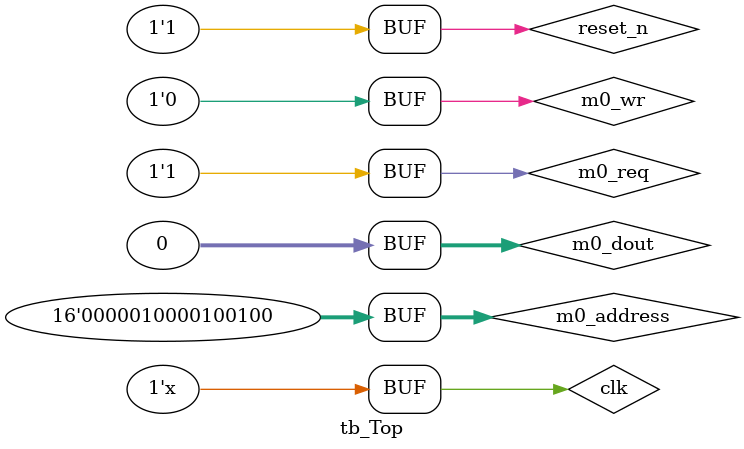
<source format=v>
`timescale 1ns/100ps

module tb_Top;
	reg clk, reset_n, m0_req, m0_wr;
	reg[15:0] m0_address;
	reg[31:0] m0_dout;
	wire m0_grant, a_interrupt, d_interrupt;
	wire[31:0] m_din;
	
	//
	wire[3:0] d_state;
	wire[4:0] a_state;
	wire[31:0] m_din2;
	wire[31:0] RESULT;
	wire r_rd_en;
	//
	
	Top Top_1(clk, reset_n, m0_req, m0_wr, m0_address, m0_dout, m0_grant, a_interrupt, d_interrupt, m_din, d_state, a_state, m_din2, RESULT, r_rd_en);
	
	always
		begin
			#5; clk = ~clk; //cycle of clock is 10ns
		end
	
	initial
		begin
			#4; clk = 1'b0; reset_n = 1'b1; m0_req = 1'b0; m0_wr = 1'b0;
			m0_address = 16'h0000; m0_dout = 32'h0000_0000; #10; //initialize
			reset_n = 1'b0; #10; reset_n = 1'b1; //resetted
			
			
			m0_req = 1'b1; m0_wr = 1'b1; m0_address = 16'h0200; m0_dout = 1000000000; #10;
			m0_address = 16'h0204; m0_dout = 1000000000; #10;
			//write two operand to memory
			m0_address = 16'h0300; m0_dout[13:0] = 14'b1111_0000_0001_00; #10; //x
			//write instruction to memory
			
			m0_address = 16'h0003; m0_dout = 32'h0000_0200; #10;
			m0_address = 16'h0004; m0_dout = 32'h0000_0110; #10;
			m0_address = 16'h0005; m0_dout = 32'h0000_0001; #10;
			//write first operand to DMAC
			m0_address = 16'h0006; m0_dout = 32'h0000_0001; #10;
			//DMAC push
			m0_address = 16'h0003; m0_dout = 32'h0000_0204; #10;
			m0_address = 16'h0004; m0_dout = 32'h0000_0111; #10;
			m0_address = 16'h0005; m0_dout = 32'h0000_0001; #10;
			//write second operand to DMAC
			m0_address = 16'h0006; m0_dout = 32'h0000_0001; #10;
			//DMAC push
			m0_address = 16'h0003; m0_dout = 32'h0000_0300; #10;
			m0_address = 16'h0004; m0_dout = 32'h0000_0103; #10;
			m0_address = 16'h0005; m0_dout = 32'h0000_0001; #10;
			//write instruction to DMAC
			m0_address = 16'h0006; m0_dout = 32'h0000_0001; #10;
			//DMAC push
			m0_address = 16'h0002; m0_dout = 32'h0000_0001; #10;
			//DMAC interrupt enable
			m0_address = 16'h0000; m0_dout = 32'h0000_0001; #10;
			m0_req = 1'b0; m0_wr = 1'b0; #1000;
			//DMAC start
			m0_req = 1'b1; m0_wr = 1'b1; m0_address = 16'h0001; m0_dout = 32'h0000_0000; #10;
			m0_address = 16'h0002; m0_dout = 32'h0000_0000; #10;
			//DMAC interrupt clear (interrupt disable)
			//Memory -> DMAC -> ALU
			
			m0_wr = 1'b1; m0_address = 16'h0102; m0_dout = 32'h0000_0001; #10;
			//ALU interrupt enable
			m0_address = 16'h0100; m0_dout = 32'h0000_0001; #10;
			m0_req = 1'b0; m0_wr = 1'b0; #1000;
			//ALU start
			m0_req = 1'b1; m0_wr = 1'b1; m0_address = 16'h0101; m0_dout = 32'h0000_0000; #10;
			m0_address = 16'h0102; m0_dout = 32'h0000_0000; #10;
			//ALU interrupt clear (interrupt disable)
			//before ALU -> after ALU
			
			m0_address = 16'h0003; m0_dout = 32'h0000_0104; #10;
			m0_address = 16'h0004; m0_dout = 32'h0000_0400; #10;
			m0_address = 16'h0005; m0_dout = 32'h0000_0001; #10;
			//write upper result to DMAC
			m0_address = 16'h0006; m0_dout = 32'h0000_0001; #10;
			//DMAC push
			m0_address = 16'h0003; m0_dout = 32'h0000_0104; #10;
			m0_address = 16'h0004; m0_dout = 32'h0000_0404; #10;
			m0_address = 16'h0005; m0_dout = 32'h0000_0001; #10;
			//write lower result to DMAC
			m0_address = 16'h0006; m0_dout = 32'h0000_0001; #10;
			//DMAC push
			m0_address = 16'h0002; m0_dout = 32'h0000_0001; #10;
			//DMAC interrupt enable
			m0_address = 16'h0000; m0_dout = 32'h0000_0001; #10;
			m0_req = 1'b0; m0_wr = 1'b0; #1000;
			//DMAC start
			m0_req = 1'b1; m0_wr = 1'b1; m0_address = 16'h0001; m0_dout = 32'h0000_0000; #10;
			m0_address = 16'h0002; m0_dout = 32'h0000_0000; #10;
			//DMAC interrupt clear (interrupt disable)
			//ALU -> DMAC -> Memory
			
			m0_wr = 1'b0; m0_address = 16'h0400; #10; //read upper result from Memory
			m0_address = 16'h0404; #10; //read lower result from Memory
			
			
			//
			//
			//
			//
			//
			//
			//
			//
			//
			//
		
	
			m0_req = 1'b1; m0_wr = 1'b1; m0_address = 16'h0200; m0_dout = 1234; #10;
			m0_address = 16'h0204; m0_dout = 5678; #10;
			//write two operand to memory
			m0_address = 16'h0300; m0_dout[13:0] = 14'b1101_0000_0001_00; #10; //+
			//write instruction to memory
			m0_address = 16'h0304; m0_dout[13:0] = 14'b1110_0000_0001_00; #10; //-
			//write instruction to memory
			m0_address = 16'h0308; m0_dout[13:0] = 14'b1111_0000_0001_00; #10; //*
			//write instruction to memory
			
			m0_address = 16'h0003; m0_dout = 32'h0000_0200; #10;
			m0_address = 16'h0004; m0_dout = 32'h0000_0110; #10;
			m0_address = 16'h0005; m0_dout = 32'h0000_0001; #10;
			//write first operand to DMAC
			m0_address = 16'h0006; m0_dout = 32'h0000_0001; #10;
			//DMAC push
			m0_address = 16'h0003; m0_dout = 32'h0000_0204; #10;
			m0_address = 16'h0004; m0_dout = 32'h0000_0111; #10;
			m0_address = 16'h0005; m0_dout = 32'h0000_0001; #10;
			//write second operand to DMAC
			m0_address = 16'h0006; m0_dout = 32'h0000_0001; #10;
			//DMAC push
			m0_address = 16'h0003; m0_dout = 32'h0000_0300; #10;
			m0_address = 16'h0004; m0_dout = 32'h0000_0103; #10;
			m0_address = 16'h0005; m0_dout = 32'h0000_0001; #10;
			//write instruction to DMAC
			m0_address = 16'h0006; m0_dout = 32'h0000_0001; #10;
			//DMAC push
			m0_address = 16'h0003; m0_dout = 32'h0000_0304; #10;
			m0_address = 16'h0004; m0_dout = 32'h0000_0103; #10;
			m0_address = 16'h0005; m0_dout = 32'h0000_0001; #10;
			//write instruction to DMAC
			m0_address = 16'h0006; m0_dout = 32'h0000_0001; #10;
			//DMAC push
			m0_address = 16'h0003; m0_dout = 32'h0000_0308; #10;
			m0_address = 16'h0004; m0_dout = 32'h0000_0103; #10;
			m0_address = 16'h0005; m0_dout = 32'h0000_0001; #10;
			//write instruction to DMAC
			m0_address = 16'h0006; m0_dout = 32'h0000_0001; #10;
			//DMAC push
			m0_address = 16'h0002; m0_dout = 32'h0000_0001; #10;
			//DMAC interrupt enable
			m0_address = 16'h0000; m0_dout = 32'h0000_0001; #10;
			m0_req = 1'b0; m0_wr = 1'b0; #3000;
			//DMAC start
			m0_req = 1'b1; m0_wr = 1'b1; m0_address = 16'h0001; m0_dout = 32'h0000_0000; #10;
			m0_address = 16'h0002; m0_dout = 32'h0000_0000; #10;
			//DMAC interrupt clear (interrupt disable)
			//Memory -> DMAC -> ALU
			
			m0_wr = 1'b1; m0_address = 16'h0102; m0_dout = 32'h0000_0001; #10;
			//ALU interrupt enable
			m0_address = 16'h0100; m0_dout = 32'h0000_0001; #10;
			m0_req = 1'b0; m0_wr = 1'b0; #3000;
			//ALU start
			m0_req = 1'b1; m0_wr = 1'b1; m0_address = 16'h0101; m0_dout = 32'h0000_0000; #10;
			m0_address = 16'h0102; m0_dout = 32'h0000_0000; #10;
			//ALU interrupt clear (interrupt disable)
			//before ALU -> after ALU
			
			m0_req = 1'b1; m0_wr = 1'b1; m0_address = 16'h0003; m0_dout = 32'h0000_0104; #10;
			m0_address = 16'h0004; m0_dout = 32'h0000_0410; #10;
			m0_address = 16'h0005; m0_dout = 32'h0000_0001; #10;
			//write upper result to DMAC
			m0_address = 16'h0006; m0_dout = 32'h0000_0001; #10;
			//DMAC push
			m0_address = 16'h0003; m0_dout = 32'h0000_0104; #10;
			m0_address = 16'h0004; m0_dout = 32'h0000_0414; #10;
			m0_address = 16'h0005; m0_dout = 32'h0000_0001; #10;
			//write lower result to DMAC
			m0_address = 16'h0006; m0_dout = 32'h0000_0001; #10;
			//DMAC push
			m0_address = 16'h0003; m0_dout = 32'h0000_0104; #10;
			m0_address = 16'h0004; m0_dout = 32'h0000_0418; #10;
			m0_address = 16'h0005; m0_dout = 32'h0000_0001; #10;
			//write upper result to DMAC
			m0_address = 16'h0006; m0_dout = 32'h0000_0001; #10;
			//DMAC push
			m0_address = 16'h0003; m0_dout = 32'h0000_0104; #10;
			m0_address = 16'h0004; m0_dout = 32'h0000_041C; #10;
			m0_address = 16'h0005; m0_dout = 32'h0000_0001; #10;
			//write lower result to DMAC
			m0_address = 16'h0006; m0_dout = 32'h0000_0001; #10;
			//DMAC push
			m0_address = 16'h0003; m0_dout = 32'h0000_0104; #10;
			m0_address = 16'h0004; m0_dout = 32'h0000_0420; #10;
			m0_address = 16'h0005; m0_dout = 32'h0000_0001; #10;
			//write upper result to DMAC
			m0_address = 16'h0006; m0_dout = 32'h0000_0001; #10;
			//DMAC push
			m0_address = 16'h0003; m0_dout = 32'h0000_0104; #10;
			m0_address = 16'h0004; m0_dout = 32'h0000_0424; #10;
			m0_address = 16'h0005; m0_dout = 32'h0000_0001; #10;
			//write lower result to DMAC
			m0_address = 16'h0006; m0_dout = 32'h0000_0001; #10;
			//DMAC push
			m0_address = 16'h0002; m0_dout = 32'h0000_0001; #10;
			//DMAC interrupt enable
			m0_address = 16'h0000; m0_dout = 32'h0000_0001; #10;
			m0_req = 1'b0; m0_wr = 1'b0; #3000;
			//DMAC start
			m0_req = 1'b1; m0_wr = 1'b1; m0_address = 16'h0001; m0_dout = 32'h0000_0000; #10;
			m0_address = 16'h0002; m0_dout = 32'h0000_0000; #10;
			//DMAC interrupt clear (interrupt disable)
			//ALU -> DMAC -> Memory
			
			m0_wr = 1'b0; m0_address = 16'h0400; #10; //read upper result from Memory
			m0_address = 16'h0404; #10; //read lower result from Memory
			m0_address = 16'h0410; #10; //read upper result from Memory
			m0_address = 16'h0414; #10; //read lower result from Memory
			m0_address = 16'h0418; #10; //read upper result from Memory
			m0_address = 16'h041C; #10; //read lower result from Memory
			m0_address = 16'h0420; #10; //read upper result from Memory
			m0_address = 16'h0424; #10; //read lower result from Memory
			
			
			//
			//
			//
			//
			//
			//
			//
			//
			//
			//
			
			
			m0_req = 1'b1; m0_wr = 1'b1; m0_address = 16'h0200; m0_dout = 1234; #10;
			m0_address = 16'h0204; m0_dout = 5678; #10;
			//write two operand to memory
			m0_address = 16'h0300; m0_dout[13:0] = 14'b1101_0000_0001_00; #10; //+
			//write instruction to memory
			m0_address = 16'h0304; m0_dout[13:0] = 14'b1110_0000_0001_00; #10; //-
			//write instruction to memory
			m0_address = 16'h0308; m0_dout[13:0] = 14'b1111_0000_0001_00; #10; //*
			//write instruction to memory
			
			m0_address = 16'h0003; m0_dout = 32'h0000_0200; #10;
			m0_address = 16'h0004; m0_dout = 32'h0000_0110; #10;
			m0_address = 16'h0005; m0_dout = 32'h0000_0001; #10;
			//write first operand to DMAC
			m0_address = 16'h0006; m0_dout = 32'h0000_0001; #10;
			//DMAC push
			m0_address = 16'h0003; m0_dout = 32'h0000_0204; #10;
			m0_address = 16'h0004; m0_dout = 32'h0000_0111; #10;
			m0_address = 16'h0005; m0_dout = 32'h0000_0001; #10;
			//write second operand to DMAC
			m0_address = 16'h0006; m0_dout = 32'h0000_0001; #10;
			//DMAC push
			m0_address = 16'h0003; m0_dout = 32'h0000_0300; #10;
			m0_address = 16'h0004; m0_dout = 32'h0000_0103; #10;
			m0_address = 16'h0005; m0_dout = 32'h0000_0001; #10;
			//write instruction to DMAC
			m0_address = 16'h0006; m0_dout = 32'h0000_0001; #10;
			//DMAC push
			m0_address = 16'h0003; m0_dout = 32'h0000_0304; #10;
			m0_address = 16'h0004; m0_dout = 32'h0000_0103; #10;
			m0_address = 16'h0005; m0_dout = 32'h0000_0001; #10;
			//write instruction to DMAC
			m0_address = 16'h0006; m0_dout = 32'h0000_0001; #10;
			//DMAC push
			m0_address = 16'h0003; m0_dout = 32'h0000_0308; #10;
			m0_address = 16'h0004; m0_dout = 32'h0000_0103; #10;
			m0_address = 16'h0005; m0_dout = 32'h0000_0001; #10;
			//write instruction to DMAC
			m0_address = 16'h0006; m0_dout = 32'h0000_0001; #10;
			//DMAC push
			m0_address = 16'h0002; m0_dout = 32'h0000_0001; #10;
			//DMAC interrupt enable
			m0_address = 16'h0000; m0_dout = 32'h0000_0001; #10;
			m0_req = 1'b0; m0_wr = 1'b0; #3000;
			//DMAC start
			m0_req = 1'b1; m0_wr = 1'b1; m0_address = 16'h0001; m0_dout = 32'h0000_0000; #10;
			m0_address = 16'h0002; m0_dout = 32'h0000_0000; #10;
			//DMAC interrupt clear (interrupt disable)
			//Memory -> DMAC -> ALU
			
			m0_wr = 1'b1; m0_address = 16'h0102; m0_dout = 32'h0000_0001; #10;
			//ALU interrupt enable
			m0_address = 16'h0100; m0_dout = 32'h0000_0001; #10;
			m0_req = 1'b0; m0_wr = 1'b0; #3000;
			//ALU start
			m0_req = 1'b1; m0_wr = 1'b1; m0_address = 16'h0101; m0_dout = 32'h0000_0000; #10;
			m0_address = 16'h0102; m0_dout = 32'h0000_0000; #10;
			//ALU interrupt clear (interrupt disable)
			//before ALU -> after ALU
			
			m0_req = 1'b1; m0_wr = 1'b1; m0_address = 16'h0003; m0_dout = 32'h0000_0104; #10;
			m0_address = 16'h0004; m0_dout = 32'h0000_0410; #10;
			m0_address = 16'h0005; m0_dout = 32'h0000_0001; #10;
			//write upper result to DMAC
			m0_address = 16'h0006; m0_dout = 32'h0000_0001; #10;
			//DMAC push
			m0_address = 16'h0003; m0_dout = 32'h0000_0104; #10;
			m0_address = 16'h0004; m0_dout = 32'h0000_0414; #10;
			m0_address = 16'h0005; m0_dout = 32'h0000_0001; #10;
			//write lower result to DMAC
			m0_address = 16'h0006; m0_dout = 32'h0000_0001; #10;
			//DMAC push
			m0_address = 16'h0003; m0_dout = 32'h0000_0104; #10;
			m0_address = 16'h0004; m0_dout = 32'h0000_0418; #10;
			m0_address = 16'h0005; m0_dout = 32'h0000_0001; #10;
			//write upper result to DMAC
			m0_address = 16'h0006; m0_dout = 32'h0000_0001; #10;
			//DMAC push
			m0_address = 16'h0003; m0_dout = 32'h0000_0104; #10;
			m0_address = 16'h0004; m0_dout = 32'h0000_041C; #10;
			m0_address = 16'h0005; m0_dout = 32'h0000_0001; #10;
			//write lower result to DMAC
			m0_address = 16'h0006; m0_dout = 32'h0000_0001; #10;
			//DMAC push
			m0_address = 16'h0003; m0_dout = 32'h0000_0104; #10;
			m0_address = 16'h0004; m0_dout = 32'h0000_0420; #10;
			m0_address = 16'h0005; m0_dout = 32'h0000_0001; #10;
			//write upper result to DMAC
			m0_address = 16'h0006; m0_dout = 32'h0000_0001; #10;
			//DMAC push
			m0_address = 16'h0003; m0_dout = 32'h0000_0104; #10;
			m0_address = 16'h0004; m0_dout = 32'h0000_0424; #10;
			m0_address = 16'h0005; m0_dout = 32'h0000_0001; #10;
			//write lower result to DMAC
			m0_address = 16'h0006; m0_dout = 32'h0000_0001; #10;
			//DMAC push
			m0_address = 16'h0002; m0_dout = 32'h0000_0001; #10;
			//DMAC interrupt enable
			m0_address = 16'h0000; m0_dout = 32'h0000_0001; #10;
			m0_req = 1'b0; m0_wr = 1'b0; #3000;
			//DMAC start
			m0_req = 1'b1; m0_wr = 1'b1; m0_address = 16'h0001; m0_dout = 32'h0000_0000; #10;
			m0_address = 16'h0002; m0_dout = 32'h0000_0000; #10;
			//DMAC interrupt clear (interrupt disable)
			//ALU -> DMAC -> Memory
			
			m0_wr = 1'b0; m0_address = 16'h0400; #10; //read upper result from Memory
			m0_address = 16'h0404; #10; //read lower result from Memory
			m0_address = 16'h0410; #10; //read upper result from Memory
			m0_address = 16'h0414; #10; //read lower result from Memory
			m0_address = 16'h0418; #10; //read upper result from Memory
			m0_address = 16'h041C; #10; //read lower result from Memory
			m0_address = 16'h0420; #10; //read upper result from Memory
			m0_address = 16'h0424; #10; //read lower result from Memory
		end
endmodule 
</source>
